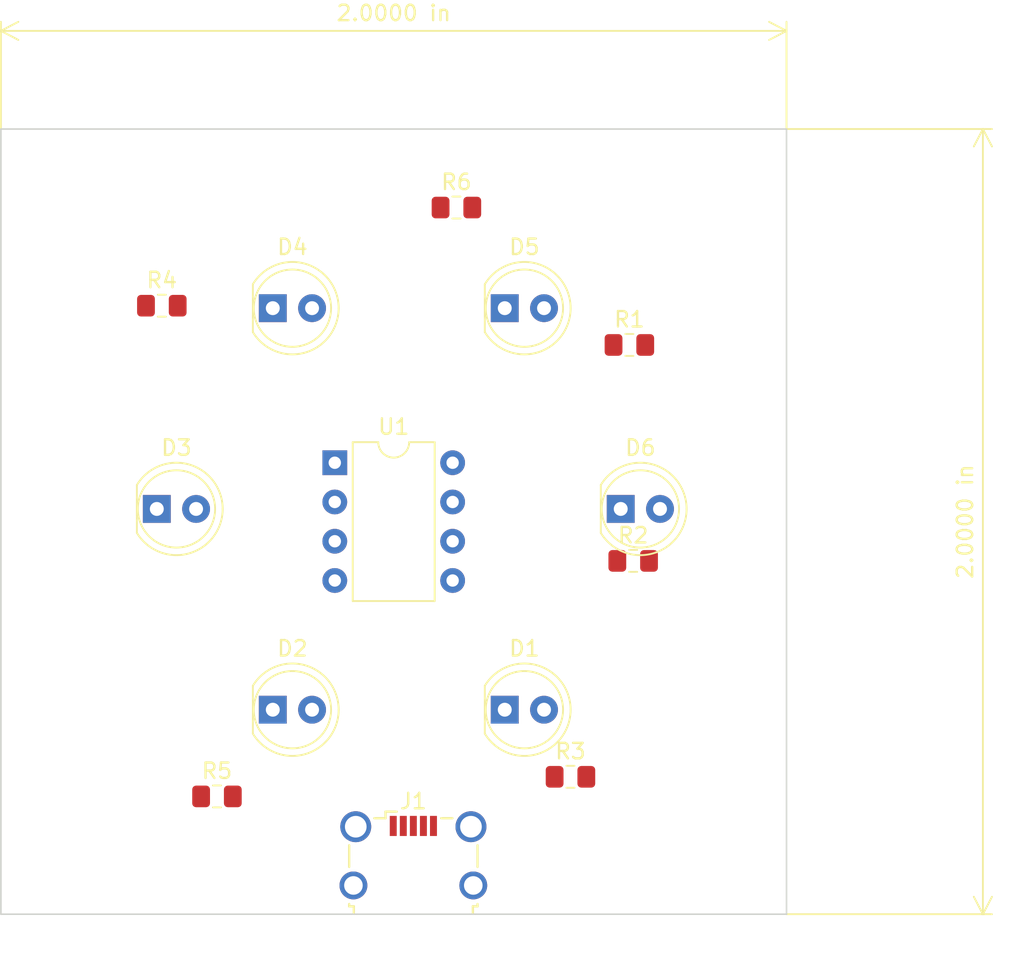
<source format=kicad_pcb>
(kicad_pcb (version 20171130) (host pcbnew 5.1.4-e60b266~84~ubuntu16.04.1)

  (general
    (thickness 1.6)
    (drawings 6)
    (tracks 0)
    (zones 0)
    (modules 14)
    (nets 19)
  )

  (page A4)
  (layers
    (0 F.Cu signal)
    (31 B.Cu signal)
    (32 B.Adhes user)
    (33 F.Adhes user)
    (34 B.Paste user)
    (35 F.Paste user)
    (36 B.SilkS user)
    (37 F.SilkS user)
    (38 B.Mask user)
    (39 F.Mask user)
    (40 Dwgs.User user)
    (41 Cmts.User user)
    (42 Eco1.User user)
    (43 Eco2.User user)
    (44 Edge.Cuts user)
    (45 Margin user)
    (46 B.CrtYd user)
    (47 F.CrtYd user)
    (48 B.Fab user)
    (49 F.Fab user)
  )

  (setup
    (last_trace_width 0.25)
    (trace_clearance 0.2)
    (zone_clearance 0.508)
    (zone_45_only no)
    (trace_min 0.2)
    (via_size 0.8)
    (via_drill 0.4)
    (via_min_size 0.4)
    (via_min_drill 0.3)
    (uvia_size 0.3)
    (uvia_drill 0.1)
    (uvias_allowed no)
    (uvia_min_size 0.2)
    (uvia_min_drill 0.1)
    (edge_width 0.05)
    (segment_width 0.2)
    (pcb_text_width 0.3)
    (pcb_text_size 1.5 1.5)
    (mod_edge_width 0.12)
    (mod_text_size 1 1)
    (mod_text_width 0.15)
    (pad_size 1.524 1.524)
    (pad_drill 0.762)
    (pad_to_mask_clearance 0.051)
    (solder_mask_min_width 0.25)
    (aux_axis_origin 0 0)
    (visible_elements FFFFFF7F)
    (pcbplotparams
      (layerselection 0x010fc_ffffffff)
      (usegerberextensions false)
      (usegerberattributes false)
      (usegerberadvancedattributes false)
      (creategerberjobfile false)
      (excludeedgelayer true)
      (linewidth 0.100000)
      (plotframeref false)
      (viasonmask false)
      (mode 1)
      (useauxorigin false)
      (hpglpennumber 1)
      (hpglpenspeed 20)
      (hpglpendiameter 15.000000)
      (psnegative false)
      (psa4output false)
      (plotreference true)
      (plotvalue true)
      (plotinvisibletext false)
      (padsonsilk false)
      (subtractmaskfromsilk false)
      (outputformat 1)
      (mirror false)
      (drillshape 1)
      (scaleselection 1)
      (outputdirectory ""))
  )

  (net 0 "")
  (net 1 LED1)
  (net 2 "Net-(D1-Pad2)")
  (net 3 "Net-(D2-Pad2)")
  (net 4 LED2)
  (net 5 LED3)
  (net 6 "Net-(D3-Pad2)")
  (net 7 "Net-(D4-Pad2)")
  (net 8 LED4)
  (net 9 LED5)
  (net 10 "Net-(D5-Pad2)")
  (net 11 "Net-(D6-Pad2)")
  (net 12 LED6)
  (net 13 VCC)
  (net 14 "Net-(J1-Pad2)")
  (net 15 "Net-(J1-Pad3)")
  (net 16 "Net-(J1-Pad4)")
  (net 17 GND)
  (net 18 "Net-(J1-Pad6)")

  (net_class Default "This is the default net class."
    (clearance 0.2)
    (trace_width 0.25)
    (via_dia 0.8)
    (via_drill 0.4)
    (uvia_dia 0.3)
    (uvia_drill 0.1)
    (add_net GND)
    (add_net LED1)
    (add_net LED2)
    (add_net LED3)
    (add_net LED4)
    (add_net LED5)
    (add_net LED6)
    (add_net "Net-(D1-Pad2)")
    (add_net "Net-(D2-Pad2)")
    (add_net "Net-(D3-Pad2)")
    (add_net "Net-(D4-Pad2)")
    (add_net "Net-(D5-Pad2)")
    (add_net "Net-(D6-Pad2)")
    (add_net "Net-(J1-Pad2)")
    (add_net "Net-(J1-Pad3)")
    (add_net "Net-(J1-Pad4)")
    (add_net "Net-(J1-Pad6)")
    (add_net VCC)
  )


  (module LED_THT:LED_D5.0mm (layer F.Cu) (tedit 5995936A) (tstamp 5D65BA5D)
    (at 154.50 95.99)
    (descr "LED, diameter 5.0mm, 2 pins, http://cdn-reichelt.de/documents/datenblatt/A500/LL-504BC2E-009.pdf")
    (tags "LED diameter 5.0mm 2 pins")
    (path /5D65814B)
    (fp_text reference D1 (at 1.27 -3.96) (layer F.SilkS)
      (effects (font (size 1 1) (thickness 0.15)))
    )
    (fp_text value LED (at 1.27 3.96) (layer F.Fab)
      (effects (font (size 1 1) (thickness 0.15)))
    )
    (fp_arc (start 1.27 0) (end -1.23 -1.469694) (angle 299.1) (layer F.Fab) (width 0.1))
    (fp_arc (start 1.27 0) (end -1.29 -1.54483) (angle 148.9) (layer F.SilkS) (width 0.12))
    (fp_arc (start 1.27 0) (end -1.29 1.54483) (angle -148.9) (layer F.SilkS) (width 0.12))
    (fp_circle (center 1.27 0) (end 3.77 0) (layer F.Fab) (width 0.1))
    (fp_circle (center 1.27 0) (end 3.77 0) (layer F.SilkS) (width 0.12))
    (fp_line (start -1.23 -1.469694) (end -1.23 1.469694) (layer F.Fab) (width 0.1))
    (fp_line (start -1.29 -1.545) (end -1.29 1.545) (layer F.SilkS) (width 0.12))
    (fp_line (start -1.95 -3.25) (end -1.95 3.25) (layer F.CrtYd) (width 0.05))
    (fp_line (start -1.95 3.25) (end 4.5 3.25) (layer F.CrtYd) (width 0.05))
    (fp_line (start 4.5 3.25) (end 4.5 -3.25) (layer F.CrtYd) (width 0.05))
    (fp_line (start 4.5 -3.25) (end -1.95 -3.25) (layer F.CrtYd) (width 0.05))
    (fp_text user %R (at 1.25 0) (layer F.Fab)
      (effects (font (size 0.8 0.8) (thickness 0.2)))
    )
    (pad 1 thru_hole rect (at 0 0) (size 1.8 1.8) (drill 0.9) (layers *.Cu *.Mask)
      (net 1 LED1))
    (pad 2 thru_hole circle (at 2.54 0) (size 1.8 1.8) (drill 0.9) (layers *.Cu *.Mask)
      (net 2 "Net-(D1-Pad2)"))
    (model ${KISYS3DMOD}/LED_THT.3dshapes/LED_D5.0mm.wrl
      (at (xyz 0 0 0))
      (scale (xyz 1 1 1))
      (rotate (xyz 0 0 0))
    )
  )

  (module LED_THT:LED_D5.0mm (layer F.Cu) (tedit 5995936A) (tstamp 5D65C19D)
    (at 139.50 95.99)
    (descr "LED, diameter 5.0mm, 2 pins, http://cdn-reichelt.de/documents/datenblatt/A500/LL-504BC2E-009.pdf")
    (tags "LED diameter 5.0mm 2 pins")
    (path /5D66186B)
    (fp_text reference D2 (at 1.27 -3.96) (layer F.SilkS)
      (effects (font (size 1 1) (thickness 0.15)))
    )
    (fp_text value LED (at 1.27 3.96) (layer F.Fab)
      (effects (font (size 1 1) (thickness 0.15)))
    )
    (fp_text user %R (at 1.25 0) (layer F.Fab)
      (effects (font (size 0.8 0.8) (thickness 0.2)))
    )
    (fp_line (start 4.5 -3.25) (end -1.95 -3.25) (layer F.CrtYd) (width 0.05))
    (fp_line (start 4.5 3.25) (end 4.5 -3.25) (layer F.CrtYd) (width 0.05))
    (fp_line (start -1.95 3.25) (end 4.5 3.25) (layer F.CrtYd) (width 0.05))
    (fp_line (start -1.95 -3.25) (end -1.95 3.25) (layer F.CrtYd) (width 0.05))
    (fp_line (start -1.29 -1.545) (end -1.29 1.545) (layer F.SilkS) (width 0.12))
    (fp_line (start -1.23 -1.469694) (end -1.23 1.469694) (layer F.Fab) (width 0.1))
    (fp_circle (center 1.27 0) (end 3.77 0) (layer F.SilkS) (width 0.12))
    (fp_circle (center 1.27 0) (end 3.77 0) (layer F.Fab) (width 0.1))
    (fp_arc (start 1.27 0) (end -1.29 1.54483) (angle -148.9) (layer F.SilkS) (width 0.12))
    (fp_arc (start 1.27 0) (end -1.29 -1.54483) (angle 148.9) (layer F.SilkS) (width 0.12))
    (fp_arc (start 1.27 0) (end -1.23 -1.469694) (angle 299.1) (layer F.Fab) (width 0.1))
    (pad 2 thru_hole circle (at 2.54 0) (size 1.8 1.8) (drill 0.9) (layers *.Cu *.Mask)
      (net 3 "Net-(D2-Pad2)"))
    (pad 1 thru_hole rect (at 0 0) (size 1.8 1.8) (drill 0.9) (layers *.Cu *.Mask)
      (net 4 LED2))
    (model ${KISYS3DMOD}/LED_THT.3dshapes/LED_D5.0mm.wrl
      (at (xyz 0 0 0))
      (scale (xyz 1 1 1))
      (rotate (xyz 0 0 0))
    )
  )

  (module LED_THT:LED_D5.0mm (layer F.Cu) (tedit 5995936A) (tstamp 5D65C2C5)
    (at 132.00 83.00)
    (descr "LED, diameter 5.0mm, 2 pins, http://cdn-reichelt.de/documents/datenblatt/A500/LL-504BC2E-009.pdf")
    (tags "LED diameter 5.0mm 2 pins")
    (path /5D661EE4)
    (fp_text reference D3 (at 1.27 -3.96) (layer F.SilkS)
      (effects (font (size 1 1) (thickness 0.15)))
    )
    (fp_text value LED (at 1.27 3.96) (layer F.Fab)
      (effects (font (size 1 1) (thickness 0.15)))
    )
    (fp_arc (start 1.27 0) (end -1.23 -1.469694) (angle 299.1) (layer F.Fab) (width 0.1))
    (fp_arc (start 1.27 0) (end -1.29 -1.54483) (angle 148.9) (layer F.SilkS) (width 0.12))
    (fp_arc (start 1.27 0) (end -1.29 1.54483) (angle -148.9) (layer F.SilkS) (width 0.12))
    (fp_circle (center 1.27 0) (end 3.77 0) (layer F.Fab) (width 0.1))
    (fp_circle (center 1.27 0) (end 3.77 0) (layer F.SilkS) (width 0.12))
    (fp_line (start -1.23 -1.469694) (end -1.23 1.469694) (layer F.Fab) (width 0.1))
    (fp_line (start -1.29 -1.545) (end -1.29 1.545) (layer F.SilkS) (width 0.12))
    (fp_line (start -1.95 -3.25) (end -1.95 3.25) (layer F.CrtYd) (width 0.05))
    (fp_line (start -1.95 3.25) (end 4.5 3.25) (layer F.CrtYd) (width 0.05))
    (fp_line (start 4.5 3.25) (end 4.5 -3.25) (layer F.CrtYd) (width 0.05))
    (fp_line (start 4.5 -3.25) (end -1.95 -3.25) (layer F.CrtYd) (width 0.05))
    (fp_text user %R (at 1.25 0) (layer F.Fab)
      (effects (font (size 0.8 0.8) (thickness 0.2)))
    )
    (pad 1 thru_hole rect (at 0 0) (size 1.8 1.8) (drill 0.9) (layers *.Cu *.Mask)
      (net 5 LED3))
    (pad 2 thru_hole circle (at 2.54 0) (size 1.8 1.8) (drill 0.9) (layers *.Cu *.Mask)
      (net 6 "Net-(D3-Pad2)"))
    (model ${KISYS3DMOD}/LED_THT.3dshapes/LED_D5.0mm.wrl
      (at (xyz 0 0 0))
      (scale (xyz 1 1 1))
      (rotate (xyz 0 0 0))
    )
  )

  (module LED_THT:LED_D5.0mm (layer F.Cu) (tedit 5995936A) (tstamp 5D65CB94)
    (at 139.50 70.01)
    (descr "LED, diameter 5.0mm, 2 pins, http://cdn-reichelt.de/documents/datenblatt/A500/LL-504BC2E-009.pdf")
    (tags "LED diameter 5.0mm 2 pins")
    (path /5D6624CE)
    (fp_text reference D4 (at 1.27 -3.96) (layer F.SilkS)
      (effects (font (size 1 1) (thickness 0.15)))
    )
    (fp_text value LED (at 1.27 3.96) (layer F.Fab)
      (effects (font (size 1 1) (thickness 0.15)))
    )
    (fp_text user %R (at 1.25 0) (layer F.Fab)
      (effects (font (size 0.8 0.8) (thickness 0.2)))
    )
    (fp_line (start 4.5 -3.25) (end -1.95 -3.25) (layer F.CrtYd) (width 0.05))
    (fp_line (start 4.5 3.25) (end 4.5 -3.25) (layer F.CrtYd) (width 0.05))
    (fp_line (start -1.95 3.25) (end 4.5 3.25) (layer F.CrtYd) (width 0.05))
    (fp_line (start -1.95 -3.25) (end -1.95 3.25) (layer F.CrtYd) (width 0.05))
    (fp_line (start -1.29 -1.545) (end -1.29 1.545) (layer F.SilkS) (width 0.12))
    (fp_line (start -1.23 -1.469694) (end -1.23 1.469694) (layer F.Fab) (width 0.1))
    (fp_circle (center 1.27 0) (end 3.77 0) (layer F.SilkS) (width 0.12))
    (fp_circle (center 1.27 0) (end 3.77 0) (layer F.Fab) (width 0.1))
    (fp_arc (start 1.27 0) (end -1.29 1.54483) (angle -148.9) (layer F.SilkS) (width 0.12))
    (fp_arc (start 1.27 0) (end -1.29 -1.54483) (angle 148.9) (layer F.SilkS) (width 0.12))
    (fp_arc (start 1.27 0) (end -1.23 -1.469694) (angle 299.1) (layer F.Fab) (width 0.1))
    (pad 2 thru_hole circle (at 2.54 0) (size 1.8 1.8) (drill 0.9) (layers *.Cu *.Mask)
      (net 7 "Net-(D4-Pad2)"))
    (pad 1 thru_hole rect (at 0 0) (size 1.8 1.8) (drill 0.9) (layers *.Cu *.Mask)
      (net 8 LED4))
    (model ${KISYS3DMOD}/LED_THT.3dshapes/LED_D5.0mm.wrl
      (at (xyz 0 0 0))
      (scale (xyz 1 1 1))
      (rotate (xyz 0 0 0))
    )
  )

  (module LED_THT:LED_D5.0mm (layer F.Cu) (tedit 5995936A) (tstamp 5D65C43D)
    (at 154.50 70.01)
    (descr "LED, diameter 5.0mm, 2 pins, http://cdn-reichelt.de/documents/datenblatt/A500/LL-504BC2E-009.pdf")
    (tags "LED diameter 5.0mm 2 pins")
    (path /5D662C42)
    (fp_text reference D5 (at 1.27 -3.96) (layer F.SilkS)
      (effects (font (size 1 1) (thickness 0.15)))
    )
    (fp_text value LED (at 1.27 3.96) (layer F.Fab)
      (effects (font (size 1 1) (thickness 0.15)))
    )
    (fp_arc (start 1.27 0) (end -1.23 -1.469694) (angle 299.1) (layer F.Fab) (width 0.1))
    (fp_arc (start 1.27 0) (end -1.29 -1.54483) (angle 148.9) (layer F.SilkS) (width 0.12))
    (fp_arc (start 1.27 0) (end -1.29 1.54483) (angle -148.9) (layer F.SilkS) (width 0.12))
    (fp_circle (center 1.27 0) (end 3.77 0) (layer F.Fab) (width 0.1))
    (fp_circle (center 1.27 0) (end 3.77 0) (layer F.SilkS) (width 0.12))
    (fp_line (start -1.23 -1.469694) (end -1.23 1.469694) (layer F.Fab) (width 0.1))
    (fp_line (start -1.29 -1.545) (end -1.29 1.545) (layer F.SilkS) (width 0.12))
    (fp_line (start -1.95 -3.25) (end -1.95 3.25) (layer F.CrtYd) (width 0.05))
    (fp_line (start -1.95 3.25) (end 4.5 3.25) (layer F.CrtYd) (width 0.05))
    (fp_line (start 4.5 3.25) (end 4.5 -3.25) (layer F.CrtYd) (width 0.05))
    (fp_line (start 4.5 -3.25) (end -1.95 -3.25) (layer F.CrtYd) (width 0.05))
    (fp_text user %R (at 1.25 0) (layer F.Fab)
      (effects (font (size 0.8 0.8) (thickness 0.2)))
    )
    (pad 1 thru_hole rect (at 0 0) (size 1.8 1.8) (drill 0.9) (layers *.Cu *.Mask)
      (net 9 LED5))
    (pad 2 thru_hole circle (at 2.54 0) (size 1.8 1.8) (drill 0.9) (layers *.Cu *.Mask)
      (net 10 "Net-(D5-Pad2)"))
    (model ${KISYS3DMOD}/LED_THT.3dshapes/LED_D5.0mm.wrl
      (at (xyz 0 0 0))
      (scale (xyz 1 1 1))
      (rotate (xyz 0 0 0))
    )
  )

  (module LED_THT:LED_D5.0mm (layer F.Cu) (tedit 5995936A) (tstamp 5D65B65E)
      (at 162.00 83.00)
    (descr "LED, diameter 5.0mm, 2 pins, http://cdn-reichelt.de/documents/datenblatt/A500/LL-504BC2E-009.pdf")
    (tags "LED diameter 5.0mm 2 pins")
    (path /5D663570)
    (fp_text reference D6 (at 1.27 -3.96) (layer F.SilkS)
      (effects (font (size 1 1) (thickness 0.15)))
    )
    (fp_text value LED (at 1.27 3.96) (layer F.Fab)
      (effects (font (size 1 1) (thickness 0.15)))
    )
    (fp_text user %R (at 1.25 0) (layer F.Fab)
      (effects (font (size 0.8 0.8) (thickness 0.2)))
    )
    (fp_line (start 4.5 -3.25) (end -1.95 -3.25) (layer F.CrtYd) (width 0.05))
    (fp_line (start 4.5 3.25) (end 4.5 -3.25) (layer F.CrtYd) (width 0.05))
    (fp_line (start -1.95 3.25) (end 4.5 3.25) (layer F.CrtYd) (width 0.05))
    (fp_line (start -1.95 -3.25) (end -1.95 3.25) (layer F.CrtYd) (width 0.05))
    (fp_line (start -1.29 -1.545) (end -1.29 1.545) (layer F.SilkS) (width 0.12))
    (fp_line (start -1.23 -1.469694) (end -1.23 1.469694) (layer F.Fab) (width 0.1))
    (fp_circle (center 1.27 0) (end 3.77 0) (layer F.SilkS) (width 0.12))
    (fp_circle (center 1.27 0) (end 3.77 0) (layer F.Fab) (width 0.1))
    (fp_arc (start 1.27 0) (end -1.29 1.54483) (angle -148.9) (layer F.SilkS) (width 0.12))
    (fp_arc (start 1.27 0) (end -1.29 -1.54483) (angle 148.9) (layer F.SilkS) (width 0.12))
    (fp_arc (start 1.27 0) (end -1.23 -1.469694) (angle 299.1) (layer F.Fab) (width 0.1))
    (pad 2 thru_hole circle (at 2.54 0) (size 1.8 1.8) (drill 0.9) (layers *.Cu *.Mask)
      (net 11 "Net-(D6-Pad2)"))
    (pad 1 thru_hole rect (at 0 0) (size 1.8 1.8) (drill 0.9) (layers *.Cu *.Mask)
      (net 12 LED6))
    (model ${KISYS3DMOD}/LED_THT.3dshapes/LED_D5.0mm.wrl
      (at (xyz 0 0 0))
      (scale (xyz 1 1 1))
      (rotate (xyz 0 0 0))
    )
  )

  (module Connector_USB:USB_Micro-B_Wuerth_629105150521_CircularHoles (layer F.Cu) (tedit 5A142044) (tstamp 5D65BDED)
    (at 148.59 105.41)
    (descr "USB Micro-B receptacle, http://www.mouser.com/ds/2/445/629105150521-469306.pdf")
    (tags "usb micro receptacle")
    (path /5D655CCC)
    (attr smd)
    (fp_text reference J1 (at 0 -3.5) (layer F.SilkS)
      (effects (font (size 1 1) (thickness 0.15)))
    )
    (fp_text value USB_B_Micro (at 0 5.6) (layer F.Fab)
      (effects (font (size 1 1) (thickness 0.15)))
    )
    (fp_line (start -4 -2.25) (end -4 3.15) (layer F.Fab) (width 0.15))
    (fp_line (start -4 3.15) (end -3.7 3.15) (layer F.Fab) (width 0.15))
    (fp_line (start -3.7 3.15) (end -3.7 4.35) (layer F.Fab) (width 0.15))
    (fp_line (start -3.7 4.35) (end 3.7 4.35) (layer F.Fab) (width 0.15))
    (fp_line (start 3.7 4.35) (end 3.7 3.15) (layer F.Fab) (width 0.15))
    (fp_line (start 3.7 3.15) (end 4 3.15) (layer F.Fab) (width 0.15))
    (fp_line (start 4 3.15) (end 4 -2.25) (layer F.Fab) (width 0.15))
    (fp_line (start 4 -2.25) (end -4 -2.25) (layer F.Fab) (width 0.15))
    (fp_line (start -2.7 3.75) (end 2.7 3.75) (layer F.Fab) (width 0.15))
    (fp_line (start -1.075 -2.725) (end -1.3 -2.55) (layer F.Fab) (width 0.15))
    (fp_line (start -1.3 -2.55) (end -1.525 -2.725) (layer F.Fab) (width 0.15))
    (fp_line (start -1.525 -2.725) (end -1.525 -2.95) (layer F.Fab) (width 0.15))
    (fp_line (start -1.525 -2.95) (end -1.075 -2.95) (layer F.Fab) (width 0.15))
    (fp_line (start -1.075 -2.95) (end -1.075 -2.725) (layer F.Fab) (width 0.15))
    (fp_line (start -4.15 -0.65) (end -4.15 0.75) (layer F.SilkS) (width 0.15))
    (fp_line (start -4.15 3.15) (end -4.15 3.3) (layer F.SilkS) (width 0.15))
    (fp_line (start -4.15 3.3) (end -3.85 3.3) (layer F.SilkS) (width 0.15))
    (fp_line (start -3.85 3.3) (end -3.85 3.75) (layer F.SilkS) (width 0.15))
    (fp_line (start 3.85 3.75) (end 3.85 3.3) (layer F.SilkS) (width 0.15))
    (fp_line (start 3.85 3.3) (end 4.15 3.3) (layer F.SilkS) (width 0.15))
    (fp_line (start 4.15 3.3) (end 4.15 3.15) (layer F.SilkS) (width 0.15))
    (fp_line (start 4.15 0.75) (end 4.15 -0.65) (layer F.SilkS) (width 0.15))
    (fp_line (start -1.075 -2.825) (end -1.8 -2.825) (layer F.SilkS) (width 0.15))
    (fp_line (start -1.8 -2.825) (end -1.8 -2.4) (layer F.SilkS) (width 0.15))
    (fp_line (start -1.8 -2.4) (end -2.525 -2.4) (layer F.SilkS) (width 0.15))
    (fp_line (start 1.8 -2.4) (end 2.525 -2.4) (layer F.SilkS) (width 0.15))
    (fp_line (start -5.27 -3.34) (end -5.27 4.85) (layer F.CrtYd) (width 0.05))
    (fp_line (start -5.27 4.85) (end 5.28 4.85) (layer F.CrtYd) (width 0.05))
    (fp_line (start 5.28 4.85) (end 5.28 -3.34) (layer F.CrtYd) (width 0.05))
    (fp_line (start 5.28 -3.34) (end -5.27 -3.34) (layer F.CrtYd) (width 0.05))
    (fp_text user %R (at -1.27 1.05) (layer F.Fab)
      (effects (font (size 1 1) (thickness 0.15)))
    )
    (fp_text user "PCB Edge" (at 0 3.75) (layer Dwgs.User)
      (effects (font (size 0.5 0.5) (thickness 0.08)))
    )
    (pad 1 smd rect (at -1.3 -1.9) (size 0.45 1.3) (layers F.Cu F.Paste F.Mask)
      (net 13 VCC))
    (pad 2 smd rect (at -0.65 -1.9) (size 0.45 1.3) (layers F.Cu F.Paste F.Mask)
      (net 14 "Net-(J1-Pad2)"))
    (pad 3 smd rect (at 0 -1.9) (size 0.45 1.3) (layers F.Cu F.Paste F.Mask)
      (net 15 "Net-(J1-Pad3)"))
    (pad 4 smd rect (at 0.65 -1.9) (size 0.45 1.3) (layers F.Cu F.Paste F.Mask)
      (net 16 "Net-(J1-Pad4)"))
    (pad 5 smd rect (at 1.3 -1.9) (size 0.45 1.3) (layers F.Cu F.Paste F.Mask)
      (net 17 GND))
    (pad 6 thru_hole circle (at -3.725 -1.85) (size 2 2) (drill 1.4) (layers *.Cu *.Mask)
      (net 18 "Net-(J1-Pad6)"))
    (pad 6 thru_hole circle (at 3.725 -1.85) (size 2 2) (drill 1.4) (layers *.Cu *.Mask)
      (net 18 "Net-(J1-Pad6)"))
    (pad 6 thru_hole circle (at -3.875 1.95) (size 1.8 1.8) (drill 1.2) (layers *.Cu *.Mask)
      (net 18 "Net-(J1-Pad6)"))
    (pad 6 thru_hole circle (at 3.875 1.95) (size 1.8 1.8) (drill 1.2) (layers *.Cu *.Mask)
      (net 18 "Net-(J1-Pad6)"))
    (pad "" np_thru_hole circle (at -2.5 -0.8) (size 0.8 0.8) (drill 0.8) (layers *.Cu *.Mask))
    (pad "" np_thru_hole circle (at 2.5 -0.8) (size 0.8 0.8) (drill 0.8) (layers *.Cu *.Mask))
    (model ${KISYS3DMOD}/Connector_USB.3dshapes/USB_Micro-B_Wuerth_629105150521_CircularHoles.wrl
      (at (xyz 0 0 0))
      (scale (xyz 1 1 1))
      (rotate (xyz 0 0 0))
    )
  )

  (module Resistor_SMD:R_0805_2012Metric_Pad1.15x1.40mm_HandSolder (layer F.Cu) (tedit 5B36C52B) (tstamp 5D65B69E)
    (at 162.56 72.39)
    (descr "Resistor SMD 0805 (2012 Metric), square (rectangular) end terminal, IPC_7351 nominal with elongated pad for handsoldering. (Body size source: https://docs.google.com/spreadsheets/d/1BsfQQcO9C6DZCsRaXUlFlo91Tg2WpOkGARC1WS5S8t0/edit?usp=sharing), generated with kicad-footprint-generator")
    (tags "resistor handsolder")
    (path /5D658FA6)
    (attr smd)
    (fp_text reference R1 (at 0 -1.65) (layer F.SilkS)
      (effects (font (size 1 1) (thickness 0.15)))
    )
    (fp_text value R (at 0 1.65) (layer F.Fab)
      (effects (font (size 1 1) (thickness 0.15)))
    )
    (fp_line (start -1 0.6) (end -1 -0.6) (layer F.Fab) (width 0.1))
    (fp_line (start -1 -0.6) (end 1 -0.6) (layer F.Fab) (width 0.1))
    (fp_line (start 1 -0.6) (end 1 0.6) (layer F.Fab) (width 0.1))
    (fp_line (start 1 0.6) (end -1 0.6) (layer F.Fab) (width 0.1))
    (fp_line (start -0.261252 -0.71) (end 0.261252 -0.71) (layer F.SilkS) (width 0.12))
    (fp_line (start -0.261252 0.71) (end 0.261252 0.71) (layer F.SilkS) (width 0.12))
    (fp_line (start -1.85 0.95) (end -1.85 -0.95) (layer F.CrtYd) (width 0.05))
    (fp_line (start -1.85 -0.95) (end 1.85 -0.95) (layer F.CrtYd) (width 0.05))
    (fp_line (start 1.85 -0.95) (end 1.85 0.95) (layer F.CrtYd) (width 0.05))
    (fp_line (start 1.85 0.95) (end -1.85 0.95) (layer F.CrtYd) (width 0.05))
    (fp_text user %R (at 0 0) (layer F.Fab)
      (effects (font (size 0.5 0.5) (thickness 0.08)))
    )
    (pad 1 smd roundrect (at -1.025 0) (size 1.15 1.4) (layers F.Cu F.Paste F.Mask) (roundrect_rratio 0.217391)
      (net 13 VCC))
    (pad 2 smd roundrect (at 1.025 0) (size 1.15 1.4) (layers F.Cu F.Paste F.Mask) (roundrect_rratio 0.217391)
      (net 2 "Net-(D1-Pad2)"))
    (model ${KISYS3DMOD}/Resistor_SMD.3dshapes/R_0805_2012Metric.wrl
      (at (xyz 0 0 0))
      (scale (xyz 1 1 1))
      (rotate (xyz 0 0 0))
    )
  )

  (module Resistor_SMD:R_0805_2012Metric_Pad1.15x1.40mm_HandSolder (layer F.Cu) (tedit 5B36C52B) (tstamp 5D65C16C)
    (at 162.805 86.36)
    (descr "Resistor SMD 0805 (2012 Metric), square (rectangular) end terminal, IPC_7351 nominal with elongated pad for handsoldering. (Body size source: https://docs.google.com/spreadsheets/d/1BsfQQcO9C6DZCsRaXUlFlo91Tg2WpOkGARC1WS5S8t0/edit?usp=sharing), generated with kicad-footprint-generator")
    (tags "resistor handsolder")
    (path /5D661871)
    (attr smd)
    (fp_text reference R2 (at 0 -1.65) (layer F.SilkS)
      (effects (font (size 1 1) (thickness 0.15)))
    )
    (fp_text value R (at 0 1.65) (layer F.Fab)
      (effects (font (size 1 1) (thickness 0.15)))
    )
    (fp_text user %R (at 0 0) (layer F.Fab)
      (effects (font (size 0.5 0.5) (thickness 0.08)))
    )
    (fp_line (start 1.85 0.95) (end -1.85 0.95) (layer F.CrtYd) (width 0.05))
    (fp_line (start 1.85 -0.95) (end 1.85 0.95) (layer F.CrtYd) (width 0.05))
    (fp_line (start -1.85 -0.95) (end 1.85 -0.95) (layer F.CrtYd) (width 0.05))
    (fp_line (start -1.85 0.95) (end -1.85 -0.95) (layer F.CrtYd) (width 0.05))
    (fp_line (start -0.261252 0.71) (end 0.261252 0.71) (layer F.SilkS) (width 0.12))
    (fp_line (start -0.261252 -0.71) (end 0.261252 -0.71) (layer F.SilkS) (width 0.12))
    (fp_line (start 1 0.6) (end -1 0.6) (layer F.Fab) (width 0.1))
    (fp_line (start 1 -0.6) (end 1 0.6) (layer F.Fab) (width 0.1))
    (fp_line (start -1 -0.6) (end 1 -0.6) (layer F.Fab) (width 0.1))
    (fp_line (start -1 0.6) (end -1 -0.6) (layer F.Fab) (width 0.1))
    (pad 2 smd roundrect (at 1.025 0) (size 1.15 1.4) (layers F.Cu F.Paste F.Mask) (roundrect_rratio 0.217391)
      (net 3 "Net-(D2-Pad2)"))
    (pad 1 smd roundrect (at -1.025 0) (size 1.15 1.4) (layers F.Cu F.Paste F.Mask) (roundrect_rratio 0.217391)
      (net 13 VCC))
    (model ${KISYS3DMOD}/Resistor_SMD.3dshapes/R_0805_2012Metric.wrl
      (at (xyz 0 0 0))
      (scale (xyz 1 1 1))
      (rotate (xyz 0 0 0))
    )
  )

  (module Resistor_SMD:R_0805_2012Metric_Pad1.15x1.40mm_HandSolder (layer F.Cu) (tedit 5B36C52B) (tstamp 5D65C294)
    (at 158.75 100.33)
    (descr "Resistor SMD 0805 (2012 Metric), square (rectangular) end terminal, IPC_7351 nominal with elongated pad for handsoldering. (Body size source: https://docs.google.com/spreadsheets/d/1BsfQQcO9C6DZCsRaXUlFlo91Tg2WpOkGARC1WS5S8t0/edit?usp=sharing), generated with kicad-footprint-generator")
    (tags "resistor handsolder")
    (path /5D661EEA)
    (attr smd)
    (fp_text reference R3 (at 0 -1.65) (layer F.SilkS)
      (effects (font (size 1 1) (thickness 0.15)))
    )
    (fp_text value R (at 0 1.65) (layer F.Fab)
      (effects (font (size 1 1) (thickness 0.15)))
    )
    (fp_line (start -1 0.6) (end -1 -0.6) (layer F.Fab) (width 0.1))
    (fp_line (start -1 -0.6) (end 1 -0.6) (layer F.Fab) (width 0.1))
    (fp_line (start 1 -0.6) (end 1 0.6) (layer F.Fab) (width 0.1))
    (fp_line (start 1 0.6) (end -1 0.6) (layer F.Fab) (width 0.1))
    (fp_line (start -0.261252 -0.71) (end 0.261252 -0.71) (layer F.SilkS) (width 0.12))
    (fp_line (start -0.261252 0.71) (end 0.261252 0.71) (layer F.SilkS) (width 0.12))
    (fp_line (start -1.85 0.95) (end -1.85 -0.95) (layer F.CrtYd) (width 0.05))
    (fp_line (start -1.85 -0.95) (end 1.85 -0.95) (layer F.CrtYd) (width 0.05))
    (fp_line (start 1.85 -0.95) (end 1.85 0.95) (layer F.CrtYd) (width 0.05))
    (fp_line (start 1.85 0.95) (end -1.85 0.95) (layer F.CrtYd) (width 0.05))
    (fp_text user %R (at 4.304999 0.024999) (layer F.Fab)
      (effects (font (size 0.5 0.5) (thickness 0.08)))
    )
    (pad 1 smd roundrect (at -1.025 0) (size 1.15 1.4) (layers F.Cu F.Paste F.Mask) (roundrect_rratio 0.217391)
      (net 13 VCC))
    (pad 2 smd roundrect (at 1.025 0) (size 1.15 1.4) (layers F.Cu F.Paste F.Mask) (roundrect_rratio 0.217391)
      (net 6 "Net-(D3-Pad2)"))
    (model ${KISYS3DMOD}/Resistor_SMD.3dshapes/R_0805_2012Metric.wrl
      (at (xyz 0 0 0))
      (scale (xyz 1 1 1))
      (rotate (xyz 0 0 0))
    )
  )

  (module Resistor_SMD:R_0805_2012Metric_Pad1.15x1.40mm_HandSolder (layer F.Cu) (tedit 5B36C52B) (tstamp 5D65B6D1)
    (at 132.325 69.85)
    (descr "Resistor SMD 0805 (2012 Metric), square (rectangular) end terminal, IPC_7351 nominal with elongated pad for handsoldering. (Body size source: https://docs.google.com/spreadsheets/d/1BsfQQcO9C6DZCsRaXUlFlo91Tg2WpOkGARC1WS5S8t0/edit?usp=sharing), generated with kicad-footprint-generator")
    (tags "resistor handsolder")
    (path /5D6624D4)
    (attr smd)
    (fp_text reference R4 (at 0 -1.65) (layer F.SilkS)
      (effects (font (size 1 1) (thickness 0.15)))
    )
    (fp_text value R (at 0 1.65) (layer F.Fab)
      (effects (font (size 1 1) (thickness 0.15)))
    )
    (fp_text user %R (at 0 0) (layer F.Fab)
      (effects (font (size 0.5 0.5) (thickness 0.08)))
    )
    (fp_line (start 1.85 0.95) (end -1.85 0.95) (layer F.CrtYd) (width 0.05))
    (fp_line (start 1.85 -0.95) (end 1.85 0.95) (layer F.CrtYd) (width 0.05))
    (fp_line (start -1.85 -0.95) (end 1.85 -0.95) (layer F.CrtYd) (width 0.05))
    (fp_line (start -1.85 0.95) (end -1.85 -0.95) (layer F.CrtYd) (width 0.05))
    (fp_line (start -0.261252 0.71) (end 0.261252 0.71) (layer F.SilkS) (width 0.12))
    (fp_line (start -0.261252 -0.71) (end 0.261252 -0.71) (layer F.SilkS) (width 0.12))
    (fp_line (start 1 0.6) (end -1 0.6) (layer F.Fab) (width 0.1))
    (fp_line (start 1 -0.6) (end 1 0.6) (layer F.Fab) (width 0.1))
    (fp_line (start -1 -0.6) (end 1 -0.6) (layer F.Fab) (width 0.1))
    (fp_line (start -1 0.6) (end -1 -0.6) (layer F.Fab) (width 0.1))
    (pad 2 smd roundrect (at 1.025 0) (size 1.15 1.4) (layers F.Cu F.Paste F.Mask) (roundrect_rratio 0.217391)
      (net 7 "Net-(D4-Pad2)"))
    (pad 1 smd roundrect (at -1.025 0) (size 1.15 1.4) (layers F.Cu F.Paste F.Mask) (roundrect_rratio 0.217391)
      (net 13 VCC))
    (model ${KISYS3DMOD}/Resistor_SMD.3dshapes/R_0805_2012Metric.wrl
      (at (xyz 0 0 0))
      (scale (xyz 1 1 1))
      (rotate (xyz 0 0 0))
    )
  )

  (module Resistor_SMD:R_0805_2012Metric_Pad1.15x1.40mm_HandSolder (layer F.Cu) (tedit 5B36C52B) (tstamp 5D65C3EA)
    (at 135.89 101.6)
    (descr "Resistor SMD 0805 (2012 Metric), square (rectangular) end terminal, IPC_7351 nominal with elongated pad for handsoldering. (Body size source: https://docs.google.com/spreadsheets/d/1BsfQQcO9C6DZCsRaXUlFlo91Tg2WpOkGARC1WS5S8t0/edit?usp=sharing), generated with kicad-footprint-generator")
    (tags "resistor handsolder")
    (path /5D662C48)
    (attr smd)
    (fp_text reference R5 (at 0 -1.65) (layer F.SilkS)
      (effects (font (size 1 1) (thickness 0.15)))
    )
    (fp_text value R (at 0 1.65) (layer F.Fab)
      (effects (font (size 1 1) (thickness 0.15)))
    )
    (fp_line (start -1 0.6) (end -1 -0.6) (layer F.Fab) (width 0.1))
    (fp_line (start -1 -0.6) (end 1 -0.6) (layer F.Fab) (width 0.1))
    (fp_line (start 1 -0.6) (end 1 0.6) (layer F.Fab) (width 0.1))
    (fp_line (start 1 0.6) (end -1 0.6) (layer F.Fab) (width 0.1))
    (fp_line (start -0.261252 -0.71) (end 0.261252 -0.71) (layer F.SilkS) (width 0.12))
    (fp_line (start -0.261252 0.71) (end 0.261252 0.71) (layer F.SilkS) (width 0.12))
    (fp_line (start -1.85 0.95) (end -1.85 -0.95) (layer F.CrtYd) (width 0.05))
    (fp_line (start -1.85 -0.95) (end 1.85 -0.95) (layer F.CrtYd) (width 0.05))
    (fp_line (start 1.85 -0.95) (end 1.85 0.95) (layer F.CrtYd) (width 0.05))
    (fp_line (start 1.85 0.95) (end -1.85 0.95) (layer F.CrtYd) (width 0.05))
    (fp_text user %R (at 0 0) (layer F.Fab)
      (effects (font (size 0.5 0.5) (thickness 0.08)))
    )
    (pad 1 smd roundrect (at -1.025 0) (size 1.15 1.4) (layers F.Cu F.Paste F.Mask) (roundrect_rratio 0.217391)
      (net 13 VCC))
    (pad 2 smd roundrect (at 1.025 0) (size 1.15 1.4) (layers F.Cu F.Paste F.Mask) (roundrect_rratio 0.217391)
      (net 10 "Net-(D5-Pad2)"))
    (model ${KISYS3DMOD}/Resistor_SMD.3dshapes/R_0805_2012Metric.wrl
      (at (xyz 0 0 0))
      (scale (xyz 1 1 1))
      (rotate (xyz 0 0 0))
    )
  )

  (module Resistor_SMD:R_0805_2012Metric_Pad1.15x1.40mm_HandSolder (layer F.Cu) (tedit 5B36C52B) (tstamp 5D65B6F3)
    (at 151.375 63.5)
    (descr "Resistor SMD 0805 (2012 Metric), square (rectangular) end terminal, IPC_7351 nominal with elongated pad for handsoldering. (Body size source: https://docs.google.com/spreadsheets/d/1BsfQQcO9C6DZCsRaXUlFlo91Tg2WpOkGARC1WS5S8t0/edit?usp=sharing), generated with kicad-footprint-generator")
    (tags "resistor handsolder")
    (path /5D663576)
    (attr smd)
    (fp_text reference R6 (at 0 -1.65) (layer F.SilkS)
      (effects (font (size 1 1) (thickness 0.15)))
    )
    (fp_text value R (at 0 1.65) (layer F.Fab)
      (effects (font (size 1 1) (thickness 0.15)))
    )
    (fp_text user %R (at 0 0) (layer F.Fab)
      (effects (font (size 0.5 0.5) (thickness 0.08)))
    )
    (fp_line (start 1.85 0.95) (end -1.85 0.95) (layer F.CrtYd) (width 0.05))
    (fp_line (start 1.85 -0.95) (end 1.85 0.95) (layer F.CrtYd) (width 0.05))
    (fp_line (start -1.85 -0.95) (end 1.85 -0.95) (layer F.CrtYd) (width 0.05))
    (fp_line (start -1.85 0.95) (end -1.85 -0.95) (layer F.CrtYd) (width 0.05))
    (fp_line (start -0.261252 0.71) (end 0.261252 0.71) (layer F.SilkS) (width 0.12))
    (fp_line (start -0.261252 -0.71) (end 0.261252 -0.71) (layer F.SilkS) (width 0.12))
    (fp_line (start 1 0.6) (end -1 0.6) (layer F.Fab) (width 0.1))
    (fp_line (start 1 -0.6) (end 1 0.6) (layer F.Fab) (width 0.1))
    (fp_line (start -1 -0.6) (end 1 -0.6) (layer F.Fab) (width 0.1))
    (fp_line (start -1 0.6) (end -1 -0.6) (layer F.Fab) (width 0.1))
    (pad 2 smd roundrect (at 1.025 0) (size 1.15 1.4) (layers F.Cu F.Paste F.Mask) (roundrect_rratio 0.217391)
      (net 11 "Net-(D6-Pad2)"))
    (pad 1 smd roundrect (at -1.025 0) (size 1.15 1.4) (layers F.Cu F.Paste F.Mask) (roundrect_rratio 0.217391)
      (net 13 VCC))
    (model ${KISYS3DMOD}/Resistor_SMD.3dshapes/R_0805_2012Metric.wrl
      (at (xyz 0 0 0))
      (scale (xyz 1 1 1))
      (rotate (xyz 0 0 0))
    )
  )

  (module Package_DIP:DIP-8_W7.62mm (layer F.Cu) (tedit 5A02E8C5) (tstamp 5D65B70F)
    (at 143.51 80.01)
    (descr "8-lead though-hole mounted DIP package, row spacing 7.62 mm (300 mils)")
    (tags "THT DIP DIL PDIP 2.54mm 7.62mm 300mil")
    (path /5D653DAD)
    (fp_text reference U1 (at 3.81 -2.33) (layer F.SilkS)
      (effects (font (size 1 1) (thickness 0.15)))
    )
    (fp_text value ATtiny13A-PU (at 3.81 9.95) (layer F.Fab)
      (effects (font (size 1 1) (thickness 0.15)))
    )
    (fp_arc (start 3.81 -1.33) (end 2.81 -1.33) (angle -180) (layer F.SilkS) (width 0.12))
    (fp_line (start 1.635 -1.27) (end 6.985 -1.27) (layer F.Fab) (width 0.1))
    (fp_line (start 6.985 -1.27) (end 6.985 8.89) (layer F.Fab) (width 0.1))
    (fp_line (start 6.985 8.89) (end 0.635 8.89) (layer F.Fab) (width 0.1))
    (fp_line (start 0.635 8.89) (end 0.635 -0.27) (layer F.Fab) (width 0.1))
    (fp_line (start 0.635 -0.27) (end 1.635 -1.27) (layer F.Fab) (width 0.1))
    (fp_line (start 2.81 -1.33) (end 1.16 -1.33) (layer F.SilkS) (width 0.12))
    (fp_line (start 1.16 -1.33) (end 1.16 8.95) (layer F.SilkS) (width 0.12))
    (fp_line (start 1.16 8.95) (end 6.46 8.95) (layer F.SilkS) (width 0.12))
    (fp_line (start 6.46 8.95) (end 6.46 -1.33) (layer F.SilkS) (width 0.12))
    (fp_line (start 6.46 -1.33) (end 4.81 -1.33) (layer F.SilkS) (width 0.12))
    (fp_line (start -1.1 -1.55) (end -1.1 9.15) (layer F.CrtYd) (width 0.05))
    (fp_line (start -1.1 9.15) (end 8.7 9.15) (layer F.CrtYd) (width 0.05))
    (fp_line (start 8.7 9.15) (end 8.7 -1.55) (layer F.CrtYd) (width 0.05))
    (fp_line (start 8.7 -1.55) (end -1.1 -1.55) (layer F.CrtYd) (width 0.05))
    (fp_text user %R (at 3.81 3.81) (layer F.Fab)
      (effects (font (size 1 1) (thickness 0.15)))
    )
    (pad 1 thru_hole rect (at 0 0) (size 1.6 1.6) (drill 0.8) (layers *.Cu *.Mask)
      (net 12 LED6))
    (pad 5 thru_hole oval (at 7.62 7.62) (size 1.6 1.6) (drill 0.8) (layers *.Cu *.Mask)
      (net 1 LED1))
    (pad 2 thru_hole oval (at 0 2.54) (size 1.6 1.6) (drill 0.8) (layers *.Cu *.Mask)
      (net 8 LED4))
    (pad 6 thru_hole oval (at 7.62 5.08) (size 1.6 1.6) (drill 0.8) (layers *.Cu *.Mask)
      (net 4 LED2))
    (pad 3 thru_hole oval (at 0 5.08) (size 1.6 1.6) (drill 0.8) (layers *.Cu *.Mask)
      (net 9 LED5))
    (pad 7 thru_hole oval (at 7.62 2.54) (size 1.6 1.6) (drill 0.8) (layers *.Cu *.Mask)
      (net 5 LED3))
    (pad 4 thru_hole oval (at 0 7.62) (size 1.6 1.6) (drill 0.8) (layers *.Cu *.Mask)
      (net 17 GND))
    (pad 8 thru_hole oval (at 7.62 0) (size 1.6 1.6) (drill 0.8) (layers *.Cu *.Mask)
      (net 13 VCC))
    (model ${KISYS3DMOD}/Package_DIP.3dshapes/DIP-8_W7.62mm.wrl
      (at (xyz 0 0 0))
      (scale (xyz 1 1 1))
      (rotate (xyz 0 0 0))
    )
  )

  (gr_line (start 121.92 109.22) (end 121.92 58.42) (layer Edge.Cuts) (width 0.1))
  (gr_line (start 172.72 109.22) (end 121.92 109.22) (layer Edge.Cuts) (width 0.1))
  (gr_line (start 172.72 58.42) (end 172.72 109.22) (layer Edge.Cuts) (width 0.1))
  (gr_line (start 121.92 58.42) (end 172.72 58.42) (layer Edge.Cuts) (width 0.1))
  (dimension 50.8 (width 0.12) (layer F.SilkS)
    (gr_text "50,800 mm" (at 186.69 83.82 270) (layer F.SilkS)
      (effects (font (size 1 1) (thickness 0.15)))
    )
    (feature1 (pts (xy 172.72 109.22) (xy 186.006421 109.22)))
    (feature2 (pts (xy 172.72 58.42) (xy 186.006421 58.42)))
    (crossbar (pts (xy 185.42 58.42) (xy 185.42 109.22)))
    (arrow1a (pts (xy 185.42 109.22) (xy 184.833579 108.093496)))
    (arrow1b (pts (xy 185.42 109.22) (xy 186.006421 108.093496)))
    (arrow2a (pts (xy 185.42 58.42) (xy 184.833579 59.546504)))
    (arrow2b (pts (xy 185.42 58.42) (xy 186.006421 59.546504)))
  )
  (dimension 50.8 (width 0.12) (layer F.SilkS)
    (gr_text "50,800 mm" (at 147.32 50.8) (layer F.SilkS)
      (effects (font (size 1 1) (thickness 0.15)))
    )
    (feature1 (pts (xy 172.72 58.42) (xy 172.72 51.483579)))
    (feature2 (pts (xy 121.92 58.42) (xy 121.92 51.483579)))
    (crossbar (pts (xy 121.92 52.07) (xy 172.72 52.07)))
    (arrow1a (pts (xy 172.72 52.07) (xy 171.593496 52.656421)))
    (arrow1b (pts (xy 172.72 52.07) (xy 171.593496 51.483579)))
    (arrow2a (pts (xy 121.92 52.07) (xy 123.046504 52.656421)))
    (arrow2b (pts (xy 121.92 52.07) (xy 123.046504 51.483579)))
  )

)

</source>
